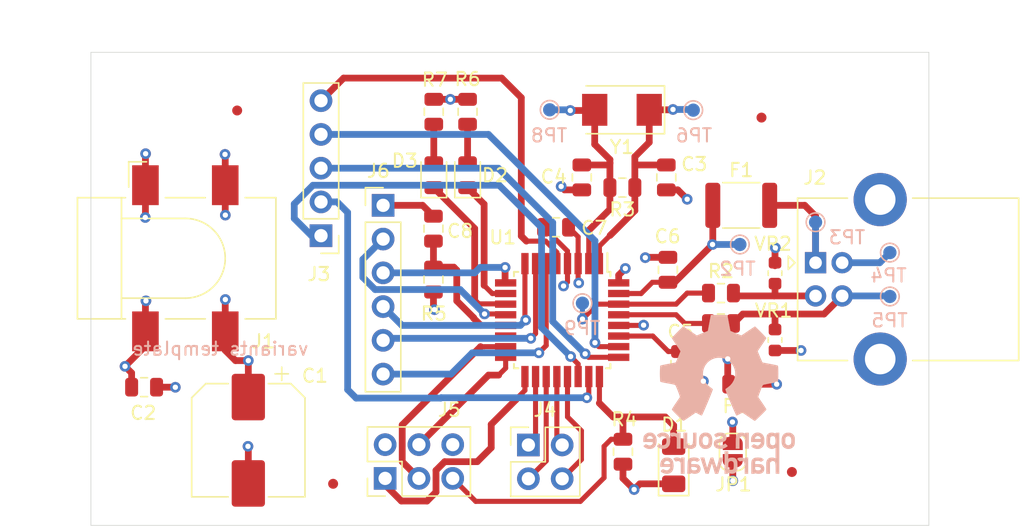
<source format=kicad_pcb>
(kicad_pcb (version 20211014) (generator pcbnew)
  (title_block (rev "${git_hash}") (company "Instituto Nacional de Tecnología Industrial") (comment 4 "KiBot variants template"))
  (layers (0 "F.Cu" signal) (1 "In1.Cu" power "GND.Cu") (2 "In2.Cu" power "Power.Cu") (31 "B.Cu" signal) (34 "B.Paste" user) (35 "F.Paste" user) (36 "B.SilkS" user "B.Silkscreen") (37 "F.SilkS" user "F.Silkscreen") (38 "B.Mask" user) (39 "F.Mask" user) (44 "Edge.Cuts" user))
  (net 0 "")
  (net 1 "GND")
  (net 2 "+5V")
  (net 3 "Net-(C3-Pad1)")
  (net 4 "Net-(C4-Pad1)")
  (net 5 "Earth")
  (net 6 "Net-(C5-Pad1)")
  (net 7 "VBUS")
  (net 8 "Net-(C8-Pad2)")
  (net 9 "/DTR")
  (net 10 "/RESET2")
  (net 11 "Net-(D2-Pad2)")
  (net 12 "/RXLED")
  (net 13 "Net-(D3-Pad2)")
  (net 14 "/TXLED")
  (net 15 "Net-(F1-Pad2)")
  (net 16 "Net-(FB1-Pad1)")
  (net 17 "Net-(J2-Pad3)")
  (net 18 "Net-(J2-Pad2)")
  (net 19 "Net-(J3-Pad5)")
  (net 20 "Net-(J3-Pad4)")
  (net 21 "Net-(J3-Pad3)")
  (net 22 "Net-(J3-Pad2)")
  (net 23 "Net-(J3-Pad1)")
  (net 24 "Net-(J4-Pad4)")
  (net 25 "Net-(J4-Pad3)")
  (net 26 "Net-(J4-Pad2)")
  (net 27 "Net-(J4-Pad1)")
  (net 28 "/MOSI2")
  (net 29 "/SCK2")
  (net 30 "/MISO2")
  (net 31 "Net-(J6-Pad6)")
  (net 32 "Net-(J6-Pad5)")
  (net 33 "Net-(J6-Pad4)")
  (net 34 "Net-(J6-Pad3)")
  (net 35 "Net-(J6-Pad2)")
  (net 36 "Net-(R1-Pad1)")
  (net 37 "Net-(R2-Pad1)")
  (net 38 "Net-(U1-Pad14)")
  (footprint "Capacitor_SMD:CP_Elec_8x10" (layer "F.Cu") (at 130.8354 94.8944 -90)
    (fp_text reference "C1" (at -4.8514 -5.0038 180) (layer "F.SilkS"))
    (fp_text value "47uF")
    (pad "1" smd roundrect locked (at -3.25 0 270) (size 3.5 2.5) (layers "F.Cu" "F.Paste" "F.Mask") (roundrect_rratio 0.1) (net 2 "+5V"))
    (pad "2" smd roundrect locked (at 3.25 0 270) (size 3.5 2.5) (layers "F.Cu" "F.Paste" "F.Mask") (roundrect_rratio 0.1) (net 1 "GND"))
  )
  (footprint "Capacitor_SMD:C_0805_2012Metric" (layer "F.Cu") (at 123 90.9)
    (fp_text reference "C2" (at -0.064 1.937) (layer "F.SilkS"))
    (fp_text value "100nF")
    (pad "1" smd roundrect locked (at -0.9375 0) (size 0.975 1.4) (layers "F.Cu" "F.Paste" "F.Mask") (net 2 "+5V"))
    (pad "2" smd roundrect locked (at 0.9375 0) (size 0.975 1.4) (layers "F.Cu" "F.Paste" "F.Mask") (net 1 "GND"))
  )
  (footprint "Capacitor_SMD:C_0805_2012Metric" (layer "F.Cu") (at 162.26 75.116 -90)
    (fp_text reference "C3" (at -0.9988 -2.1034 180) (layer "F.SilkS"))
    (fp_text value "22pF")
    (pad "1" smd roundrect locked (at -0.9375 0 270) (size 0.975 1.4) (layers "F.Cu" "F.Paste" "F.Mask") (net 3 "Net-(C3-Pad1)"))
    (pad "2" smd roundrect locked (at 0.9375 0 270) (size 0.975 1.4) (layers "F.Cu" "F.Paste" "F.Mask") (net 1 "GND"))
  )
  (footprint "Capacitor_SMD:C_0805_2012Metric" (layer "F.Cu") (at 155.91 75.116 -90)
    (fp_text reference "C4" (at -0.059 2.113 180) (layer "F.SilkS"))
    (fp_text value "22pF")
    (pad "1" smd roundrect locked (at -0.9375 0 270) (size 0.975 1.4) (layers "F.Cu" "F.Paste" "F.Mask") (net 4 "Net-(C4-Pad1)"))
    (pad "2" smd roundrect locked (at 0.9375 0 270) (size 0.975 1.4) (layers "F.Cu" "F.Paste" "F.Mask") (net 1 "GND"))
  )
  (footprint "Capacitor_SMD:C_0805_2012Metric" (layer "F.Cu") (at 163.322 89.154 -90)
    (fp_text reference "C5" (at -2.413 0 180) (layer "F.SilkS"))
    (fp_text value "1uF")
    (pad "1" smd roundrect locked (at -0.9375 0 270) (size 0.975 1.4) (layers "F.Cu" "F.Paste" "F.Mask") (net 6 "Net-(C5-Pad1)"))
    (pad "2" smd roundrect locked (at 0.9375 0 270) (size 0.975 1.4) (layers "F.Cu" "F.Paste" "F.Mask") (net 5 "Earth"))
  )
  (footprint "Capacitor_SMD:C_0805_2012Metric" (layer "F.Cu") (at 153.9748 78.867)
    (fp_text reference "C7" (at 2.8702 0.0508) (layer "F.SilkS"))
    (fp_text value "100nF")
    (pad "1" smd roundrect locked (at -0.9375 0) (size 0.975 1.4) (layers "F.Cu" "F.Paste" "F.Mask") (net 2 "+5V"))
    (pad "2" smd roundrect locked (at 0.9375 0) (size 0.975 1.4) (layers "F.Cu" "F.Paste" "F.Mask") (net 1 "GND"))
  )
  (footprint "Capacitor_SMD:C_0805_2012Metric" (layer "F.Cu") (at 144.7546 78.9686 90)
    (fp_text reference "C8" (at -0.1778 2.0066 180) (layer "F.SilkS"))
    (fp_text value "100nF")
    (pad "1" smd roundrect locked (at -0.9375 0 90) (size 0.975 1.4) (layers "F.Cu" "F.Paste" "F.Mask") (net 9 "/DTR"))
    (pad "2" smd roundrect locked (at 0.9375 0 90) (size 0.975 1.4) (layers "F.Cu" "F.Paste" "F.Mask") (net 8 "Net-(C8-Pad2)"))
  )
  (footprint "Diode_SMD:D_1206_3216Metric" (layer "F.Cu") (at 162.814 96.774 90)
    (fp_text reference "D1" (at 3.048 0.0508 180) (layer "F.SilkS"))
    (fp_text value "CD1206-S01575")
    (pad "1" smd roundrect locked (at -1.4 0 90) (size 1.25 1.75) (layers "F.Cu" "F.Paste" "F.Mask") (roundrect_rratio 0.2) (net 2 "+5V"))
    (pad "2" smd roundrect locked (at 1.4 0 90) (size 1.25 1.75) (layers "F.Cu" "F.Paste" "F.Mask") (roundrect_rratio 0.2) (net 10 "/RESET2"))
  )
  (footprint "LED_SMD:LED_0805_2012Metric" (layer "F.Cu") (at 147.32 74.95 90)
    (fp_text reference "D2" (at -0.0054 2.0574 180) (layer "F.SilkS"))
    (fp_text value "LED")
    (pad "1" smd roundrect locked (at -0.9375 0 90) (size 0.975 1.4) (layers "F.Cu" "F.Paste" "F.Mask") (net 12 "/RXLED"))
    (pad "2" smd roundrect locked (at 0.9375 0 90) (size 0.975 1.4) (layers "F.Cu" "F.Paste" "F.Mask") (net 11 "Net-(D2-Pad2)"))
  )
  (footprint "LED_SMD:LED_0805_2012Metric" (layer "F.Cu") (at 144.78 74.95 90)
    (fp_text reference "D3" (at 1.0868 -2.1844 180) (layer "F.SilkS"))
    (fp_text value "LED")
    (pad "1" smd roundrect locked (at -0.9375 0 90) (size 0.975 1.4) (layers "F.Cu" "F.Paste" "F.Mask") (net 14 "/TXLED"))
    (pad "2" smd roundrect locked (at 0.9375 0 90) (size 0.975 1.4) (layers "F.Cu" "F.Paste" "F.Mask") (net 13 "Net-(D3-Pad2)"))
  )
  (footprint "Resistor_SMD:R_1812_4532Metric" (layer "F.Cu") (at 167.894 77.216)
    (fp_text reference "F1" (at 0 -2.65) (layer "F.SilkS"))
    (fp_text value "MF-MSMF050-2")
    (pad "1" smd roundrect locked (at -2.1375 0) (size 1.125 3.4) (layers "F.Cu" "F.Paste" "F.Mask") (roundrect_rratio 0.222222) (net 7 "VBUS"))
    (pad "2" smd roundrect locked (at 2.1375 0) (size 1.125 3.4) (layers "F.Cu" "F.Paste" "F.Mask") (roundrect_rratio 0.222222) (net 15 "Net-(F1-Pad2)"))
  )
  (footprint "Resistor_SMD:R_0805_2012Metric" (layer "F.Cu") (at 167.894 90.678 180)
    (fp_text reference "FB1" (at 0 -1.65) (layer "F.SilkS"))
    (fp_text value "BLM21PG221SN1D")
    (pad "1" smd roundrect locked (at -0.9375 0 180) (size 0.975 1.4) (layers "F.Cu" "F.Paste" "F.Mask") (net 16 "Net-(FB1-Pad1)"))
    (pad "2" smd roundrect locked (at 0.9375 0 180) (size 0.975 1.4) (layers "F.Cu" "F.Paste" "F.Mask") (net 5 "Earth"))
  )
  (footprint "Fiducial:Fiducial_0.75mm_Mask1.5mm" (layer "F.Cu") (at 169.418 70.612)
    (fp_text reference "FID1" hide)
    (fp_text value "Fiducial")
    (pad "" smd circle locked (at 0 0) (size 0.75 0.75) (layers "F.Cu" "F.Mask") (clearance 0.375))
  )
  (footprint "Fiducial:Fiducial_0.75mm_Mask1.5mm" (layer "F.Cu") (at 171.704 97.282)
    (fp_text reference "FID2" hide)
    (fp_text value "Fiducial")
    (pad "" smd circle locked (at 0 0) (size 0.75 0.75) (layers "F.Cu" "F.Mask") (clearance 0.375))
  )
  (footprint "Fiducial:Fiducial_0.75mm_Mask1.5mm" (layer "F.Cu") (at 129.9972 70.0786)
    (fp_text reference "FID3" hide)
    (fp_text value "Fiducial")
    (pad "" smd circle locked (at 0 0) (size 0.75 0.75) (layers "F.Cu" "F.Mask") (clearance 0.375))
  )
  (footprint "Fiducial:Fiducial_0.75mm_Mask1.5mm" (layer "F.Cu") (at 137.2108 98.171)
    (fp_text reference "FID4" hide)
    (fp_text value "Fiducial")
    (pad "" smd circle locked (at 0 0) (size 0.75 0.75) (layers "F.Cu" "F.Mask") (clearance 0.375))
  )
  (footprint "MountingHole:MountingHole_2.7mm_M2.5" (layer "F.Cu") (at 177 97)
    (fp_text reference "H1" hide)
    (fp_text value "MountingHole")
    (pad "" np_thru_hole circle locked (at 0 0) (size 2.7 2.7) (drill 2.7) (layers *.Cu *.Mask))
  )
  (footprint "MountingHole:MountingHole_2.7mm_M2.5" (layer "F.Cu") (at 123 97)
    (fp_text reference "H2" hide)
    (fp_text value "MountingHole")
    (pad "" np_thru_hole circle locked (at 0 0) (size 2.7 2.7) (drill 2.7) (layers *.Cu *.Mask))
  )
  (footprint "MountingHole:MountingHole_2.7mm_M2.5" (layer "F.Cu") (at 123 69.5)
    (fp_text reference "H3" hide)
    (fp_text value "MountingHole")
    (pad "" np_thru_hole circle locked (at 0 0) (size 2.7 2.7) (drill 2.7) (layers *.Cu *.Mask))
  )
  (footprint "MountingHole:MountingHole_2.7mm_M2.5" (layer "F.Cu") (at 177 69.5)
    (fp_text reference "H4" hide)
    (fp_text value "MountingHole")
    (pad "" np_thru_hole circle locked (at 0 0) (size 2.7 2.7) (drill 2.7) (layers *.Cu *.Mask))
  )
  (footprint "Connector_BarrelJack:BarrelJack_CLIFF_FC681465S_SMT_Horizontal" (layer "F.Cu") (at 126.1 81.2)
    (fp_text reference "J1" (at 5.8784 6.2522 180) (layer "F.SilkS"))
    (fp_text value "Barrel_Jack_Switch")
    (pad "" np_thru_hole circle locked (at 1.5 0 90) (size 2 2) (drill 2) (layers *.Cu *.Mask))
    (pad "" np_thru_hole oval locked (at -2.9 0 90) (size 2 1.5) (drill oval 2 1.5) (layers *.Cu *.Mask))
    (pad "1" smd rect locked (at -3 -5.5 90) (size 3 2) (layers "F.Cu" "F.Paste" "F.Mask") (net 1 "GND"))
    (pad "1" smd rect locked (at 3 -5.5 90) (size 3 2) (layers "F.Cu" "F.Paste" "F.Mask") (net 1 "GND"))
    (pad "2" smd rect locked (at 3 5.5 90) (size 3 2) (layers "F.Cu" "F.Paste" "F.Mask") (net 2 "+5V"))
    (pad "3" smd rect locked (at -3 5.5 90) (size 3 2) (layers "F.Cu" "F.Paste" "F.Mask") (net 2 "+5V"))
  )
  (footprint "Connector_PinHeader_2.54mm:PinHeader_1x05_P2.54mm_Vertical" (layer "F.Cu") (at 136.3 79.5 180)
    (fp_text reference "J3" (at 0.156 -2.8976) (layer "F.SilkS"))
    (fp_text value "P1")
    (pad "1" thru_hole rect locked (at 0 0 180) (size 1.7 1.7) (drill 1) (layers *.Cu *.Mask) (net 23 "Net-(J3-Pad1)"))
    (pad "2" thru_hole oval locked (at 0 2.54 180) (size 1.7 1.7) (drill 1) (layers *.Cu *.Mask) (net 22 "Net-(J3-Pad2)"))
    (pad "3" thru_hole oval locked (at 0 5.08 180) (size 1.7 1.7) (drill 1) (layers *.Cu *.Mask) (net 21 "Net-(J3-Pad3)"))
    (pad "4" thru_hole oval locked (at 0 7.62 180) (size 1.7 1.7) (drill 1) (layers *.Cu *.Mask) (net 20 "Net-(J3-Pad4)"))
    (pad "5" thru_hole oval locked (at 0 10.16 180) (size 1.7 1.7) (drill 1) (layers *.Cu *.Mask) (net 19 "Net-(J3-Pad5)"))
  )
  (footprint "Connector_PinHeader_2.54mm:PinHeader_2x02_P2.54mm_Vertical" (layer "F.Cu") (at 151.892 95.25)
    (fp_text reference "J4" (at 1.2446 -2.6416) (layer "F.SilkS"))
    (fp_text value "2x2M")
    (pad "1" thru_hole rect locked (at 0 0) (size 1.7 1.7) (drill 1) (layers *.Cu *.Mask) (net 27 "Net-(J4-Pad1)"))
    (pad "2" thru_hole oval locked (at 2.54 0) (size 1.7 1.7) (drill 1) (layers *.Cu *.Mask) (net 26 "Net-(J4-Pad2)"))
    (pad "3" thru_hole oval locked (at 0 2.54) (size 1.7 1.7) (drill 1) (layers *.Cu *.Mask) (net 25 "Net-(J4-Pad3)"))
    (pad "4" thru_hole oval locked (at 2.54 2.54) (size 1.7 1.7) (drill 1) (layers *.Cu *.Mask) (net 24 "Net-(J4-Pad4)"))
  )
  (footprint "Connector_PinHeader_2.54mm:PinHeader_2x03_P2.54mm_Vertical" (layer "F.Cu") (at 141.1224 97.7646 90)
    (fp_text reference "J5" (at 5.1562 4.826 180) (layer "F.SilkS"))
    (fp_text value "ICSP1")
    (pad "1" thru_hole rect locked (at 0 0 90) (size 1.7 1.7) (drill 1) (layers *.Cu *.Mask) (net 30 "/MISO2"))
    (pad "2" thru_hole oval locked (at 2.54 0 90) (size 1.7 1.7) (drill 1) (layers *.Cu *.Mask) (net 2 "+5V"))
    (pad "3" thru_hole oval locked (at 0 2.54 90) (size 1.7 1.7) (drill 1) (layers *.Cu *.Mask) (net 29 "/SCK2"))
    (pad "4" thru_hole oval locked (at 2.54 2.54 90) (size 1.7 1.7) (drill 1) (layers *.Cu *.Mask) (net 28 "/MOSI2"))
    (pad "5" thru_hole oval locked (at 0 5.08 90) (size 1.7 1.7) (drill 1) (layers *.Cu *.Mask) (net 10 "/RESET2"))
    (pad "6" thru_hole oval locked (at 2.54 5.08 90) (size 1.7 1.7) (drill 1) (layers *.Cu *.Mask) (net 1 "GND"))
  )
  (footprint "Connector_PinHeader_2.54mm:PinHeader_1x06_P2.54mm_Vertical" (layer "F.Cu") (at 140.97 77.216)
    (fp_text reference "J6" (at -0.3556 -2.5908) (layer "F.SilkS"))
    (fp_text value "P2")
    (pad "1" thru_hole rect locked (at 0 0) (size 1.7 1.7) (drill 1) (layers *.Cu *.Mask) (net 8 "Net-(C8-Pad2)"))
    (pad "2" thru_hole oval locked (at 0 2.54) (size 1.7 1.7) (drill 1) (layers *.Cu *.Mask) (net 35 "Net-(J6-Pad2)"))
    (pad "3" thru_hole oval locked (at 0 5.08) (size 1.7 1.7) (drill 1) (layers *.Cu *.Mask) (net 34 "Net-(J6-Pad3)"))
    (pad "4" thru_hole oval locked (at 0 7.62) (size 1.7 1.7) (drill 1) (layers *.Cu *.Mask) (net 33 "Net-(J6-Pad4)"))
    (pad "5" thru_hole oval locked (at 0 10.16) (size 1.7 1.7) (drill 1) (layers *.Cu *.Mask) (net 32 "Net-(J6-Pad5)"))
    (pad "6" thru_hole oval locked (at 0 12.7) (size 1.7 1.7) (drill 1) (layers *.Cu *.Mask) (net 31 "Net-(J6-Pad6)"))
  )
  (footprint "Jumper:SolderJumper-2_P1.3mm_Open_RoundedPad1.0x1.5mm" (layer "F.Cu") (at 167.259 95.7834 -90)
    (fp_text reference "JP1" (at 2.4384 -0.0508 180) (layer "F.SilkS"))
    (fp_text value "SolderJumper_2_Open")
    (pad "1" smd custom locked (at -0.65 0 270) (size 1 0.5) (layers "F.Cu" "F.Mask") (net 5 "Earth") (options (clearance outline) (anchor rect)) (primitives (gr_circle (center 0 0.25) (end 0.5 0.25) (width 0) (fill yes)) (gr_circle (center 0 -0.25) (end 0.5 -0.25) (width 0) (fill yes)) (gr_poly (pts (xy 0 -0.75) (xy 0.5 -0.75) (xy 0.5 0.75) (xy 0 0.75)) (width 0) (fill yes))))
    (pad "2" smd custom locked (at 0.65 0 270) (size 1 0.5) (layers "F.Cu" "F.Mask") (net 1 "GND") (options (clearance outline) (anchor rect)) (primitives (gr_circle (center 0 0.25) (end 0.5 0.25) (width 0) (fill yes)) (gr_circle (center 0 -0.25) (end 0.5 -0.25) (width 0) (fill yes)) (gr_poly (pts (xy 0 -0.75) (xy -0.5 -0.75) (xy -0.5 0.75) (xy 0 0.75)) (width 0) (fill yes))))
  )
  (footprint "Resistor_SMD:R_0805_2012Metric" (layer "F.Cu") (at 166.37 86.106)
    (fp_text reference "R1" (at 0.0762 1.8034) (layer "F.SilkS"))
    (fp_text value "22R")
    (pad "1" smd roundrect locked (at -0.9375 0) (size 0.975 1.4) (layers "F.Cu" "F.Paste" "F.Mask") (net 36 "Net-(R1-Pad1)"))
    (pad "2" smd roundrect locked (at 0.9375 0) (size 0.975 1.4) (layers "F.Cu" "F.Paste" "F.Mask") (net 17 "Net-(J2-Pad3)"))
  )
  (footprint "Resistor_SMD:R_0805_2012Metric" (layer "F.Cu") (at 166.37 83.82)
    (fp_text reference "R2" (at 0 -1.65) (layer "F.SilkS"))
    (fp_text value "22R")
    (pad "1" smd roundrect locked (at -0.9375 0) (size 0.975 1.4) (layers "F.Cu" "F.Paste" "F.Mask") (net 37 "Net-(R2-Pad1)"))
    (pad "2" smd roundrect locked (at 0.9375 0) (size 0.975 1.4) (layers "F.Cu" "F.Paste" "F.Mask") (net 18 "Net-(J2-Pad2)"))
  )
  (footprint "Resistor_SMD:R_0805_2012Metric" (layer "F.Cu") (at 158.958 75.878 180)
    (fp_text reference "R3" (at 0 -1.65) (layer "F.SilkS"))
    (fp_text value "1M")
    (pad "1" smd roundrect locked (at -0.9375 0 180) (size 0.975 1.4) (layers "F.Cu" "F.Paste" "F.Mask") (net 3 "Net-(C3-Pad1)"))
    (pad "2" smd roundrect locked (at 0.9375 0 180) (size 0.975 1.4) (layers "F.Cu" "F.Paste" "F.Mask") (net 4 "Net-(C4-Pad1)"))
  )
  (footprint "Resistor_SMD:R_0805_2012Metric" (layer "F.Cu") (at 159.004 95.758 90)
    (fp_text reference "R4" (at 2.4384 0.1016 180) (layer "F.SilkS"))
    (fp_text value "10K")
    (pad "1" smd roundrect locked (at -0.9375 0 90) (size 0.975 1.4) (layers "F.Cu" "F.Paste" "F.Mask") (net 2 "+5V"))
    (pad "2" smd roundrect locked (at 0.9375 0 90) (size 0.975 1.4) (layers "F.Cu" "F.Paste" "F.Mask") (net 10 "/RESET2"))
  )
  (footprint "Resistor_SMD:R_0805_2012Metric" (layer "F.Cu") (at 144.7546 82.804 -90)
    (fp_text reference "R5" (at 2.5654 -0.0254 180) (layer "F.SilkS"))
    (fp_text value "1K")
    (pad "1" smd roundrect locked (at -0.9375 0 270) (size 0.975 1.4) (layers "F.Cu" "F.Paste" "F.Mask") (net 9 "/DTR"))
    (pad "2" smd roundrect locked (at 0.9375 0 270) (size 0.975 1.4) (layers "F.Cu" "F.Paste" "F.Mask") (net 1 "GND"))
  )
  (footprint "Resistor_SMD:R_0805_2012Metric" (layer "F.Cu") (at 147.32 70.1748 -90)
    (fp_text reference "R6" (at -2.4584 0 180) (layer "F.SilkS"))
    (fp_text value "1K")
    (pad "1" smd roundrect locked (at -0.9375 0 270) (size 0.975 1.4) (layers "F.Cu" "F.Paste" "F.Mask") (net 2 "+5V"))
    (pad "2" smd roundrect locked (at 0.9375 0 270) (size 0.975 1.4) (layers "F.Cu" "F.Paste" "F.Mask") (net 11 "Net-(D2-Pad2)"))
  )
  (footprint "Resistor_SMD:R_0805_2012Metric" (layer "F.Cu") (at 144.78 70.1748 -90)
    (fp_text reference "R7" (at -2.4076 -0.0762 180) (layer "F.SilkS"))
    (fp_text value "1K")
    (pad "1" smd roundrect locked (at -0.9375 0 270) (size 0.975 1.4) (layers "F.Cu" "F.Paste" "F.Mask") (net 2 "+5V"))
    (pad "2" smd roundrect locked (at 0.9375 0 270) (size 0.975 1.4) (layers "F.Cu" "F.Paste" "F.Mask") (net 13 "Net-(D3-Pad2)"))
  )
  (footprint "Resistor_SMD:R_0603_1608Metric" (layer "F.Cu") (at 170.434 87.3505 -90)
    (fp_text reference "VR1" (at -2.2097 0.1016 180) (layer "F.SilkS"))
    (fp_text value "CG0603MLC-05E")
    (pad "1" smd roundrect locked (at -0.7875 0 270) (size 0.875 0.95) (layers "F.Cu" "F.Paste" "F.Mask") (net 17 "Net-(J2-Pad3)"))
    (pad "2" smd roundrect locked (at 0.7875 0 270) (size 0.875 0.95) (layers "F.Cu" "F.Paste" "F.Mask") (net 16 "Net-(FB1-Pad1)"))
  )
  (footprint "Crystal:Crystal_SMD_Abracon_ABM3-2Pin_5.0x3.2mm" (layer "F.Cu") (at 158.9278 70.0278 180)
    (fp_text reference "Y1" (at 0 -2.8) (layer "F.SilkS"))
    (fp_text value "16MHz")
    (pad "1" smd rect locked (at -2.05 0 180) (size 1.9 2.4) (layers "F.Cu" "F.Paste" "F.Mask") (net 3 "Net-(C3-Pad1)"))
    (pad "2" smd rect locked (at 2.05 0 180) (size 1.9 2.4) (layers "F.Cu" "F.Paste" "F.Mask") (net 4 "Net-(C4-Pad1)"))
  )
  (footprint "Connector_USB:USB_B_Lumberg_2411_02_Horizontal" (layer "F.Cu") (at 173.482 81.534)
    (fp_text reference "J2" (at -0.0508 -6.4008) (layer "F.SilkS"))
    (fp_text value "USB_B")
    (pad "1" thru_hole rect locked (at 0 0 90) (size 1.6 1.6) (drill 0.95) (layers *.Cu *.Mask) (net 15 "Net-(F1-Pad2)"))
    (pad "2" thru_hole circle locked (at 0 2.5 90) (size 1.6 1.6) (drill 0.95) (layers *.Cu *.Mask) (net 18 "Net-(J2-Pad2)"))
    (pad "3" thru_hole circle locked (at 2 2.5 90) (size 1.6 1.6) (drill 0.95) (layers *.Cu *.Mask) (net 17 "Net-(J2-Pad3)"))
    (pad "4" thru_hole circle locked (at 2 0 90) (size 1.6 1.6) (drill 0.95) (layers *.Cu *.Mask) (net 5 "Earth"))
    (pad "5" thru_hole circle locked (at 4.86 -4.75 90) (size 4 4) (drill 2.3) (layers *.Cu *.Mask) (net 16 "Net-(FB1-Pad1)"))
    (pad "5" thru_hole circle locked (at 4.86 7.25 90) (size 4 4) (drill 2.3) (layers *.Cu *.Mask) (net 16 "Net-(FB1-Pad1)"))
  )
  (footprint "Package_QFP:TQFP-32_7x7mm_P0.8mm" (layer "F.Cu") (at 154.432 85.852 -90)
    (fp_text reference "U1" (at -6.223 4.4704 180) (layer "F.SilkS"))
    (fp_text value "ATmega8U2-AU")
    (pad "1" smd rect locked (at -4.25 -2.8 270) (size 1.6 0.55) (layers "F.Cu" "F.Paste" "F.Mask") (net 3 "Net-(C3-Pad1)"))
    (pad "2" smd rect locked (at -4.25 -2 270) (size 1.6 0.55) (layers "F.Cu" "F.Paste" "F.Mask") (net 4 "Net-(C4-Pad1)"))
    (pad "3" smd rect locked (at -4.25 -1.2 270) (size 1.6 0.55) (layers "F.Cu" "F.Paste" "F.Mask") (net 1 "GND"))
    (pad "4" smd rect locked (at -4.25 -0.4 270) (size 1.6 0.55) (layers "F.Cu" "F.Paste" "F.Mask") (net 2 "+5V"))
    (pad "5" smd rect locked (at -4.25 0.4 270) (size 1.6 0.55) (layers "F.Cu" "F.Paste" "F.Mask") (net 19 "Net-(J3-Pad5)"))
    (pad "6" smd rect locked (at -4.25 1.2 270) (size 1.6 0.55) (layers "F.Cu" "F.Paste" "F.Mask") (net 31 "Net-(J6-Pad6)"))
    (pad "7" smd rect locked (at -4.25 2 270) (size 1.6 0.55) (layers "F.Cu" "F.Paste" "F.Mask") (net 32 "Net-(J6-Pad5)"))
    (pad "8" smd rect locked (at -4.25 2.8 270) (size 1.6 0.55) (layers "F.Cu" "F.Paste" "F.Mask") (net 33 "Net-(J6-Pad4)"))
    (pad "9" smd rect locked (at -2.8 4.25) (size 1.6 0.55) (layers "F.Cu" "F.Paste" "F.Mask") (net 34 "Net-(J6-Pad3)"))
    (pad "10" smd rect locked (at -2 4.25) (size 1.6 0.55) (layers "F.Cu" "F.Paste" "F.Mask") (net 12 "/RXLED"))
    (pad "11" smd rect locked (at -1.2 4.25) (size 1.6 0.55) (layers "F.Cu" "F.Paste" "F.Mask") (net 14 "/TXLED"))
    (pad "12" smd rect locked (at -0.4 4.25) (size 1.6 0.55) (layers "F.Cu" "F.Paste" "F.Mask") (net 35 "Net-(J6-Pad2)"))
    (pad "13" smd rect locked (at 0.4 4.25) (size 1.6 0.55) (layers "F.Cu" "F.Paste" "F.Mask") (net 9 "/DTR"))
    (pad "14" smd rect locked (at 1.2 4.25) (size 1.6 0.55) (layers "F.Cu" "F.Paste" "F.Mask") (net 38 "Net-(U1-Pad14)"))
    (pad "15" smd rect locked (at 2 4.25) (size 1.6 0.55) (layers "F.Cu" "F.Paste" "F.Mask") (net 29 "/SCK2"))
    (pad "16" smd rect locked (at 2.8 4.25) (size 1.6 0.55) (layers "F.Cu" "F.Paste" "F.Mask") (net 28 "/MOSI2"))
    (pad "17" smd rect locked (at 4.25 2.8 270) (size 1.6 0.55) (layers "F.Cu" "F.Paste" "F.Mask") (net 30 "/MISO2"))
    (pad "18" smd rect locked (at 4.25 2 270) (size 1.6 0.55) (layers "F.Cu" "F.Paste" "F.Mask") (net 27 "Net-(J4-Pad1)"))
    (pad "19" smd rect locked (at 4.25 1.2 270) (size 1.6 0.55) (layers "F.Cu" "F.Paste" "F.Mask") (net 25 "Net-(J4-Pad3)"))
    (pad "20" smd rect locked (at 4.25 0.4 270) (size 1.6 0.55) (layers "F.Cu" "F.Paste" "F.Mask") (net 26 "Net-(J4-Pad2)"))
    (pad "21" smd rect locked (at 4.25 -0.4 270) (size 1.6 0.55) (layers "F.Cu" "F.Paste" "F.Mask") (net 24 "Net-(J4-Pad4)"))
    (pad "22" smd rect locked (at 4.25 -1.2 270) (size 1.6 0.55) (layers "F.Cu" "F.Paste" "F.Mask") (net 23 "Net-(J3-Pad1)"))
    (pad "23" smd rect locked (at 4.25 -2 270) (size 1.6 0.55) (layers "F.Cu" "F.Paste" "F.Mask") (net 22 "Net-(J3-Pad2)"))
    (pad "24" smd rect locked (at 4.25 -2.8 270) (size 1.6 0.55) (layers "F.Cu" "F.Paste" "F.Mask") (net 10 "/RESET2"))
    (pad "25" smd rect locked (at 2.8 -4.25) (size 1.6 0.55) (layers "F.Cu" "F.Paste" "F.Mask") (net 21 "Net-(J3-Pad3)"))
    (pad "26" smd rect locked (at 2 -4.25) (size 1.6 0.55) (layers "F.Cu" "F.Paste" "F.Mask") (net 20 "Net-(J3-Pad4)"))
    (pad "27" smd rect locked (at 1.2 -4.25) (size 1.6 0.55) (layers "F.Cu" "F.Paste" "F.Mask") (net 6 "Net-(C5-Pad1)"))
    (pad "28" smd rect locked (at 0.4 -4.25) (size 1.6 0.55) (layers "F.Cu" "F.Paste" "F.Mask") (net 5 "Earth"))
    (pad "29" smd rect locked (at -0.4 -4.25) (size 1.6 0.55) (layers "F.Cu" "F.Paste" "F.Mask") (net 36 "Net-(R1-Pad1)"))
    (pad "30" smd rect locked (at -1.2 -4.25) (size 1.6 0.55) (layers "F.Cu" "F.Paste" "F.Mask") (net 37 "Net-(R2-Pad1)"))
    (pad "31" smd rect locked (at -2 -4.25) (size 1.6 0.55) (layers "F.Cu" "F.Paste" "F.Mask") (net 7 "VBUS"))
    (pad "32" smd rect locked (at -2.8 -4.25) (size 1.6 0.55) (layers "F.Cu" "F.Paste" "F.Mask") (net 2 "+5V"))
  )
  (footprint "Resistor_SMD:R_0603_1608Metric" (layer "F.Cu") (at 170.434 82.3214 90)
    (fp_text reference "VR2" (at 2.2098 -0.1524 180) (layer "F.SilkS"))
    (fp_text value "CG0603MLC-05E")
    (pad "1" smd roundrect locked (at -0.7875 0 90) (size 0.875 0.95) (layers "F.Cu" "F.Paste" "F.Mask") (net 18 "Net-(J2-Pad2)"))
    (pad "2" smd roundrect locked (at 0.7875 0 90) (size 0.875 0.95) (layers "F.Cu" "F.Paste" "F.Mask") (net 16 "Net-(FB1-Pad1)"))
  )
  (footprint "Capacitor_SMD:C_0805_2012Metric" (layer "F.Cu") (at 162.3822 82.0674 90)
    (fp_text reference "C6" (at 2.5146 -0.0254 180) (layer "F.SilkS"))
    (fp_text value "100nF")
    (pad "1" smd roundrect locked (at -0.9375 0 90) (size 0.975 1.4) (layers "F.Cu" "F.Paste" "F.Mask") (net 7 "VBUS"))
    (pad "2" smd roundrect locked (at 0.9375 0 90) (size 0.975 1.4) (layers "F.Cu" "F.Paste" "F.Mask") (net 5 "Earth"))
  )
  (footprint "TestPoint:TestPoint_Pad_D1.0mm" (layer "B.Cu") (at 167.7924 80.1624)
    (fp_text reference "TP2" (at -0.1778 1.8288) (layer "B.SilkS") (effects (justify mirror)))
    (fp_text value "TestPoint")
    (pad "1" smd circle locked (at 0 0) (size 1 1) (layers "B.Cu" "B.Mask") (net 7 "VBUS"))
  )
  (footprint "TestPoint:TestPoint_Pad_D1.0mm" (layer "B.Cu") (at 173.482 78.486)
    (fp_text reference "TP3" (at 2.3622 1.143) (layer "B.SilkS") (effects (justify mirror)))
    (fp_text value "TestPoint")
    (pad "1" smd circle locked (at 0 0) (size 1 1) (layers "B.Cu" "B.Mask") (net 15 "Net-(F1-Pad2)"))
  )
  (footprint "TestPoint:TestPoint_Pad_D1.0mm" (layer "B.Cu") (at 179.07 80.772)
    (fp_text reference "TP4" (at -0.1016 1.7272) (layer "B.SilkS") (effects (justify mirror)))
    (fp_text value "TestPoint")
    (pad "1" smd circle locked (at 0 0) (size 1 1) (layers "B.Cu" "B.Mask") (net 5 "Earth"))
  )
  (footprint "TestPoint:TestPoint_Pad_D1.0mm" (layer "B.Cu") (at 179.07 84.074)
    (fp_text reference "TP5" (at -0.0254 1.8034) (layer "B.SilkS") (effects (justify mirror)))
    (fp_text value "TestPoint")
    (pad "1" smd circle locked (at 0 0) (size 1 1) (layers "B.Cu" "B.Mask") (net 17 "Net-(J2-Pad3)"))
  )
  (footprint "TestPoint:TestPoint_Pad_D1.0mm" (layer "B.Cu") (at 164.2872 70.0532)
    (fp_text reference "TP6" (at 0.0508 1.905) (layer "B.SilkS") (effects (justify mirror)))
    (fp_text value "TestPoint")
    (pad "1" smd circle locked (at 0 0) (size 1 1) (layers "B.Cu" "B.Mask") (net 3 "Net-(C3-Pad1)"))
  )
  (footprint "TestPoint:TestPoint_Pad_D1.0mm" (layer "B.Cu") (at 153.4922 70.0278)
    (fp_text reference "TP8" (at -0.0508 1.9304) (layer "B.SilkS") (effects (justify mirror)))
    (fp_text value "TestPoint")
    (pad "1" smd circle locked (at 0 0) (size 1 1) (layers "B.Cu" "B.Mask") (net 4 "Net-(C4-Pad1)"))
  )
  (footprint "TestPoint:TestPoint_Pad_D1.0mm" (layer "B.Cu") (at 155.956 84.582)
    (fp_text reference "TP9" (at -0.0254 1.8796) (layer "B.SilkS") (effects (justify mirror)))
    (fp_text value "TestPoint")
    (pad "1" smd circle locked (at 0 0) (size 1 1) (layers "B.Cu" "B.Mask") (net 37 "Net-(R2-Pad1)"))
  )
  (footprint "Symbol:OSHW-Logo_11.4x12mm_SilkScreen" (layer "B.Cu") (at 166.243 91.44 180)
    (fp_text reference "LOGO1" hide)
    (fp_text value "Logo_Open_Hardware_Large" hide)
  )
  (gr_line (start 119 101.3) (end 182 101.3) (layer "Edge.Cuts") (width 0.05))
  (gr_line (start 182 101.3) (end 182 65.7) (layer "Edge.Cuts") (width 0.05))
  (gr_line (start 119 65.7) (end 119 101.3) (layer "Edge.Cuts") (width 0.05))
  (gr_line (start 182 65.7) (end 119 65.7) (layer "Edge.Cuts") (width 0.05))
  (gr_text "variants template" (at 128.7272 88.011) (layer "B.SilkS") (effects (font (size 1 1)) (justify mirror)))
  (segment (start 144.7546 84.9884) (end 144.8308 85.0646) (width 0.508) (layer "F.Cu") (net 1))
  (segment (start 125.3424 90.9) (end 125.349 90.9066) (width 0.508) (layer "F.Cu") (net 1))
  (segment (start 129.1 75.7) (end 129.1 77.9444) (width 0.508) (layer "F.Cu") (net 1))
  (segment (start 155.632 83.0134) (end 155.6766 83.058) (width 0.381) (layer "F.Cu") (net 1))
  (segment (start 144.7546 83.7415) (end 144.7546 84.9884) (width 0.508) (layer "F.Cu") (net 1))
  (segment (start 123.9375 90.9) (end 125.3424 90.9) (width 0.508) (layer "F.Cu") (net 1))
  (segment (start 123.1 75.7) (end 123.1 78.1188) (width 0.508) (layer "F.Cu") (net 1))
  (segment (start 163.1247 76.0535) (end 163.83 76.7588) (width 0.508) (layer "F.Cu") (net 1))
  (segment (start 155.632 79.5867) (end 154.9123 78.867) (width 0.381) (layer "F.Cu") (net 1))
  (segment (start 155.632 81.602) (end 155.632 83.0134) (width 0.381) (layer "F.Cu") (net 1))
  (segment (start 123.1 75.7) (end 123.1 73.3436) (width 0.508) (layer "F.Cu") (net 1))
  (segment (start 154.6157 76.0535) (end 154.3558 75.7936) (width 0.508) (layer "F.Cu") (net 1))
  (segment (start 123.1 73.3436) (end 123.1138 73.3298) (width 0.508) (layer "F.Cu") (net 1))
  (segment (start 162.26 76.0535) (end 163.1247 76.0535) (width 0.508) (layer "F.Cu") (net 1))
  (segment (start 155.91 76.0535) (end 154.6157 76.0535) (width 0.508) (layer "F.Cu") (net 1))
  (segment (start 167.259 96.4334) (end 167.259 97.9424) (width 0.508) (layer "F.Cu") (net 1))
  (segment (start 130.8354 95.377) (end 130.81 95.3516) (width 0.508) (layer "F.Cu") (net 1))
  (segment (start 129.1 73.3978) (end 129.0828 73.3806) (width 0.508) (layer "F.Cu") (net 1))
  (segment (start 129.1 77.9444) (end 129.1082 77.9526) (width 0.508) (layer "F.Cu") (net 1))
  (segment (start 123.1 78.1188) (end 123.0884 78.1304) (width 0.508) (layer "F.Cu") (net 1))
  (segment (start 155.632 81.602) (end 155.632 79.5867) (width 0.381) (layer "F.Cu") (net 1))
  (segment (start 130.8354 98.1444) (end 130.8354 95.377) (width 0.508) (layer "F.Cu") (net 1))
  (segment (start 129.1 75.7) (end 129.1 73.3978) (width 0.508) (layer "F.Cu") (net 1))
  (via (at 154.3558 75.7936) (size 0.8) (drill 0.4) (layers "F.Cu" "B.Cu") (net 1))
  (via (at 123.1138 73.3298) (size 0.8) (drill 0.4) (layers "F.Cu" "B.Cu") (net 1))
  (via (at 129.1082 77.9526) (size 0.8) (drill 0.4) (layers "F.Cu" "B.Cu") (net 1))
  (via (at 167.259 97.9424) (size 0.8) (drill 0.4) (layers "F.Cu" "B.Cu") (net 1))
  (via (at 155.6766 83.058) (size 0.8) (drill 0.4) (layers "F.Cu" "B.Cu") (net 1))
  (via (at 163.83 76.7588) (size 0.8) (drill 0.4) (layers "F.Cu" "B.Cu") (net 1))
  (via (at 125.349 90.9066) (size 0.8) (drill 0.4) (layers "F.Cu" "B.Cu") (net 1))
  (via (at 130.81 95.3516) (size 0.8) (drill 0.4) (layers "F.Cu" "B.Cu") (net 1))
  (via (at 129.0828 73.3806) (size 0.8) (drill 0.4) (layers "F.Cu" "B.Cu") (net 1))
  (via (at 144.8308 85.0646) (size 0.8) (drill 0.4) (layers "F.Cu" "B.Cu") (net 1))
  (via (at 123.0884 78.1304) (size 0.8) (drill 0.4) (layers "F.Cu" "B.Cu") (net 1))
  (segment (start 123.1 84.4434) (end 123.1392 84.4042) (width 0.508) (layer "F.Cu") (net 2))
  (segment (start 144.78 69.2373) (end 146.0215 69.2373) (width 0.508) (layer "F.Cu") (net 2))
  (segment (start 154.832 82.9882) (end 154.5336 83.2866) (width 0.381) (layer "F.Cu") (net 2))
  (segment (start 129.1 84.3108) (end 129.1082 84.3026) (width 0.508) (layer "F.Cu") (net 2))
  (segment (start 162.814 98.174) (end 160.271 98.174) (width 0.508) (layer "F.Cu") (net 2))
  (segment (start 158.682 83.052) (end 158.682 82.4656) (width 0.508) (layer "F.Cu") (net 2))
  (segment (start 154.832 80.6617) (end 153.0373 78.867) (width 0.381) (layer "F.Cu") (net 2))
  (segment (start 159.004 97.7646) (end 159.8422 98.6028) (width 0.508) (layer "F.Cu") (net 2))
  (segment (start 123.1 86.7) (end 123.1 84.4434) (width 0.508) (layer "F.Cu") (net 2))
  (segment (start 146.0215 69.2373) (end 146.0246 69.2404) (width 0.508) (layer "F.Cu") (net 2))
  (segment (start 159.004 96.6955) (end 159.004 97.7646) (width 0.508) (layer "F.Cu") (net 2))
  (segment (start 123.1 86.7) (end 123.1 87.7962) (width 0.508) (layer "F.Cu") (net 2))
  (segment (start 129.1 86.7) (end 129.1 84.3108) (width 0.508) (layer "F.Cu") (net 2))
  (segment (start 129.8702 88.9) (end 130.8354 88.9) (width 0.508) (layer "F.Cu") (net 2))
  (segment (start 122.0625 89.8299) (end 121.5644 89.3318) (width 0.508) (layer "F.Cu") (net 2))
  (segment (start 122.0625 90.9) (end 122.0625 89.8299) (width 0.508) (layer "F.Cu") (net 2))
  (segment (start 130.8354 91.6444) (end 130.8354 88.9) (width 0.508) (layer "F.Cu") (net 2))
  (segment (start 160.271 98.174) (end 159.8422 98.6028) (width 0.508) (layer "F.Cu") (net 2))
  (segment (start 146.0277 69.2373) (end 146.0246 69.2404) (width 0.508) (layer "F.Cu") (net 2))
  (segment (start 154.832 81.602) (end 154.832 80.6617) (width 0.381) (layer "F.Cu") (net 2))
  (segment (start 158.682 82.4656) (end 159.1818 81.9658) (width 0.508) (layer "F.Cu") (net 2))
  (segment (start 123.1 87.7962) (end 121.5644 89.3318) (width 0.508) (layer "F.Cu") (net 2))
  (segment (start 129.1 88.1298) (end 129.8702 88.9) (width 0.508) (layer "F.Cu") (net 2))
  (segment (start 129.1 86.7) (end 129.1 88.1298) (width 0.508) (layer "F.Cu") (net 2))
  (segment (start 147.32 69.2373) (end 146.0277 69.2373) (width 0.508) (layer "F.Cu") (net 2))
  (segment (start 154.832 81.602) (end 154.832 82.9882) (width 0.381) (layer "F.Cu") (net 2))
  (via (at 159.8422 98.6028) (size 0.8) (drill 0.4) (layers "F.Cu" "B.Cu") (net 2))
  (via (at 154.5336 83.2866) (size 0.8) (drill 0.4) (layers "F.Cu" "B.Cu") (net 2))
  (via (at 146.0246 69.2404) (size 0.8) (drill 0.4) (layers "F.Cu" "B.Cu") (net 2))
  (via (at 159.1818 81.9658) (size 0.8) (drill 0.4) (layers "F.Cu" "B.Cu") (net 2))
  (via (at 130.8354 88.9) (size 0.8) (drill 0.4) (layers "F.Cu" "B.Cu") (net 2))
  (via (at 129.1082 84.3026) (size 0.8) (drill 0.4) (layers "F.Cu" "B.Cu") (net 2))
  (via (at 121.5644 89.3318) (size 0.8) (drill 0.4) (layers "F.Cu" "B.Cu") (net 2))
  (via (at 123.1392 84.4042) (size 0.8) (drill 0.4) (layers "F.Cu" "B.Cu") (net 2))
  (segment (start 162.26 74.1785) (end 159.9543 74.1785) (width 0.508) (layer "F.Cu") (net 3))
  (segment (start 162.7378 70.0278) (end 162.7632 70.0024) (width 0.508) (layer "F.Cu") (net 3))
  (segment (start 157.232 80.2834) (end 158.0388 79.4766) (width 0.381) (layer "F.Cu") (net 3))
  (segment (start 159.8955 73.5559) (end 160.9778 72.4736) (width 0.508) (layer "F.Cu") (net 3))
  (segment (start 160.9778 72.4736) (end 160.9778 70.0278) (width 0.508) (layer "F.Cu") (net 3))
  (segment (start 158.0388 79.4766) (end 159.8955 77.6199) (width 0.508) (layer "F.Cu") (net 3))
  (segment (start 159.9543 74.1785) (end 159.8955 74.1197) (width 0.508) (layer "F.Cu") (net 3))
  (segment (start 159.8955 75.878) (end 159.8955 74.1197) (width 0.508) (layer "F.Cu") (net 3))
  (segment (start 160.9778 70.0278) (end 162.7378 70.0278) (width 0.508) (layer "F.Cu") (net 3))
  (segment (start 157.232 81.602) (end 157.232 80.2834) (width 0.381) (layer "F.Cu") (net 3))
  (segment (start 159.8955 77.6199) (end 159.8955 75.878) (width 0.508) (layer "F.Cu") (net 3))
  (segment (start 159.8955 74.1197) (end 159.8955 73.5559) (width 0.508) (layer "F.Cu") (net 3))
  (via (at 162.7632 70.0024) (size 0.8) (drill 0.4) (layers "F.Cu" "B.Cu") (net 3))
  (segment (start 164.2364 70.0024) (end 164.2872 70.0532) (width 0.508) (layer "B.Cu") (net 3))
  (segment (start 162.7632 70.0024) (end 164.2364 70.0024) (width 0.508) (layer "B.Cu") (net 3))
  (segment (start 155.91 74.1785) (end 157.8759 74.1785) (width 0.508) (layer "F.Cu") (net 4))
  (segment (start 156.827 70.0786) (end 156.8778 70.0278) (width 0.508) (layer "F.Cu") (net 4))
  (segment (start 158.0205 75.878) (end 158.0205 77.5137) (width 0.508) (layer "F.Cu") (net 4))
  (segment (start 155.0416 70.0786) (end 156.827 70.0786) (width 0.508) (layer "F.Cu") (net 4))
  (segment (start 158.0205 75.878) (end 158.0205 74.0339) (width 0.508) (layer "F.Cu") (net 4))
  (segment (start 156.4386 79.0956) (end 156.432 79.1022) (width 0.381) (layer "F.Cu") (net 4))
  (segment (start 158.0205 74.0339) (end 158.0205 73.7687) (width 0.508) (layer "F.Cu") (net 4))
  (segment (start 156.432 79.1022) (end 156.432 81.602) (width 0.381) (layer "F.Cu") (net 4))
  (segment (start 158.0205 77.5137) (end 156.4386 79.0956) (width 0.508) (layer "F.Cu") (net 4))
  (segment (start 156.8778 72.626) (end 156.8778 70.0278) (width 0.508) (layer "F.Cu") (net 4))
  (segment (start 157.8759 74.1785) (end 158.0205 74.0339) (width 0.508) (layer "F.Cu") (net 4))
  (segment (start 158.0205 73.7687) (end 156.8778 72.626) (width 0.508) (layer "F.Cu") (net 4))
  (via (at 155.0416 70.0786) (size 0.8) (drill 0.4) (layers "F.Cu" "B.Cu") (net 4))
  (segment (start 154.9908 70.0278) (end 155.0416 70.0786) (width 0.508) (layer "B.Cu") (net 4))
  (segment (start 153.4922 70.0278) (end 154.9908 70.0278) (width 0.508) (layer "B.Cu") (net 4))
  (segment (start 158.682 86.252) (end 160.5344 86.252) (width 0.381) (layer "F.Cu") (net 5))
  (segment (start 160.7035 81.1299) (end 160.6804 81.153) (width 0.508) (layer "F.Cu") (net 5))
  (segment (start 166.878 88.773) (end 166.878 90.5995) (width 0.508) (layer "F.Cu") (net 5))
  (segment (start 163.322 90.0915) (end 164.6913 90.0915) (width 0.508) (layer "F.Cu") (net 5))
  (segment (start 167.259 95.1334) (end 167.259 93.5482) (width 0.508) (layer "F.Cu") (net 5))
  (segment (start 162.3822 81.1299) (end 160.7035 81.1299) (width 0.508) (layer "F.Cu") (net 5))
  (segment (start 160.5344 86.252) (end 160.5534 86.233) (width 0.381) (layer "F.Cu") (net 5))
  (segment (start 166.878 90.5995) (end 166.9565 90.678) (width 0.508) (layer "F.Cu") (net 5))
  (segment (start 164.6913 90.0915) (end 165.0492 90.4494) (width 0.508) (layer "F.Cu") (net 5))
  (segment (start 167.259 93.5482) (end 167.2336 93.5228) (width 0.508) (layer "F.Cu") (net 5))
  (via (at 160.6804 81.153) (size 0.8) (drill 0.4) (layers "F.Cu" "B.Cu") (net 5))
  (via (at 166.878 88.773) (size 0.8) (drill 0.4) (layers "F.Cu" "B.Cu") (net 5))
  (via (at 160.5534 86.233) (size 0.8) (drill 0.4) (layers "F.Cu" "B.Cu") (net 5))
  (via (at 167.2336 93.5228) (size 0.8) (drill 0.4) (layers "F.Cu" "B.Cu") (net 5))
  (via (at 165.0492 90.4494) (size 0.8) (drill 0.4) (layers "F.Cu" "B.Cu") (net 5))
  (segment (start 178.308 81.534) (end 179.07 80.772) (width 0.508) (layer "B.Cu") (net 5))
  (segment (start 175.482 81.534) (end 178.308 81.534) (width 0.508) (layer "B.Cu") (net 5))
  (segment (start 161.2454 87.052) (end 162.4099 88.2165) (width 0.381) (layer "F.Cu") (net 6))
  (segment (start 158.682 87.052) (end 161.2454 87.052) (width 0.381) (layer "F.Cu") (net 6))
  (segment (start 162.4099 88.2165) (end 163.322 88.2165) (width 0.381) (layer "F.Cu") (net 6))
  (segment (start 160.369 83.852) (end 161.2161 83.0049) (width 0.381) (layer "F.Cu") (net 7))
  (segment (start 162.3822 83.0049) (end 162.8925 83.0049) (width 0.508) (layer "F.Cu") (net 7))
  (segment (start 162.8925 83.0049) (end 165.735 80.1624) (width 0.508) (layer "F.Cu") (net 7))
  (segment (start 158.682 83.852) (end 160.369 83.852) (width 0.381) (layer "F.Cu") (net 7))
  (segment (start 165.7565 77.216) (end 165.7565 80.1409) (width 0.508) (layer "F.Cu") (net 7))
  (segment (start 161.2161 83.0049) (end 162.3822 83.0049) (width 0.381) (layer "F.Cu") (net 7))
  (segment (start 165.7565 80.1409) (end 165.735 80.1624) (width 0.508) (layer "F.Cu") (net 7))
  (via (at 165.735 80.1624) (size 0.8) (drill 0.4) (layers "F.Cu" "B.Cu") (net 7))
  (segment (start 165.735 80.1624) (end 167.7924 80.1624) (width 0.508) (layer "B.Cu") (net 7))
  (segment (start 140.97 77.216) (end 143.9395 77.216) (width 0.508) (layer "F.Cu") (net 8))
  (segment (start 143.9395 77.216) (end 144.7546 78.0311) (width 0.508) (layer "F.Cu") (net 8))
  (segment (start 146.5072 82.0928) (end 146.2809 81.8665) (width 0.508) (layer "F.Cu") (net 9))
  (segment (start 147.7772 85.6742) (end 146.5072 84.4042) (width 0.508) (layer "F.Cu") (net 9))
  (segment (start 147.7772 85.7122) (end 147.7772 85.6742) (width 0.508) (layer "F.Cu") (net 9))
  (segment (start 146.2809 81.8665) (end 144.7546 81.8665) (width 0.508) (layer "F.Cu") (net 9))
  (segment (start 146.5072 84.4042) (end 146.5072 82.0928) (width 0.508) (layer "F.Cu") (net 9))
  (segment (start 148.317 86.252) (end 147.7772 85.7122) (width 0.508) (layer "F.Cu") (net 9))
  (segment (start 150.182 86.252) (end 148.317 86.252) (width 0.381) (layer "F.Cu") (net 9))
  (segment (start 144.7546 79.9061) (end 144.7546 81.8665) (width 0.508) (layer "F.Cu") (net 9))
  (segment (start 158.2674 93.1418) (end 157.226 92.1004) (width 0.508) (layer "F.Cu") (net 10))
  (segment (start 159.004 93.2942) (end 159.004 94.8205) (width 0.508) (layer "F.Cu") (net 10))
  (segment (start 157.5816 95.3516) (end 158.1127 94.8205) (width 0.381) (layer "F.Cu") (net 10))
  (segment (start 158.1127 94.8205) (end 159.004 94.8205) (width 0.381) (layer "F.Cu") (net 10))
  (segment (start 146.2024 97.7646) (end 147.9296 99.4918) (width 0.381) (layer "F.Cu") (net 10))
  (segment (start 159.1564 93.1418) (end 158.2674 93.1418) (width 0.508) (layer "F.Cu") (net 10))
  (segment (start 157.232 92.0944) (end 157.232 90.102) (width 0.381) (layer "F.Cu") (net 10))
  (segment (start 162.179 93.1418) (end 159.1564 93.1418) (width 0.508) (layer "F.Cu") (net 10))
  (segment (start 157.5816 97.7138) (end 157.5816 95.3516) (width 0.381) (layer "F.Cu") (net 10))
  (segment (start 157.226 92.1004) (end 157.232 92.0944) (width 0.381) (layer "F.Cu") (net 10))
  (segment (start 162.814 95.374) (end 162.814 93.7768) (width 0.508) (layer "F.Cu") (net 10))
  (segment (start 162.814 93.7768) (end 162.179 93.1418) (width 0.508) (layer "F.Cu") (net 10))
  (segment (start 159.1564 93.1418) (end 159.004 93.2942) (width 0.508) (layer "F.Cu") (net 10))
  (segment (start 147.9296 99.4918) (end 155.8036 99.4918) (width 0.381) (layer "F.Cu") (net 10))
  (segment (start 155.8036 99.4918) (end 157.5816 97.7138) (width 0.381) (layer "F.Cu") (net 10))
  (segment (start 147.32 71.1123) (end 147.32 74.0125) (width 0.508) (layer "F.Cu") (net 11))
  (segment (start 149.175478 83.852) (end 148.5646 83.241122) (width 0.381) (layer "F.Cu") (net 12))
  (segment (start 150.182 83.852) (end 149.175478 83.852) (width 0.381) (layer "F.Cu") (net 12))
  (segment (start 148.5646 83.241122) (end 148.5646 77.1321) (width 0.508) (layer "F.Cu") (net 12))
  (segment (start 148.5646 77.1321) (end 147.32 75.8875) (width 0.508) (layer "F.Cu") (net 12))
  (segment (start 144.78 71.1123) (end 144.78 74.0125) (width 0.508) (layer "F.Cu") (net 13))
  (segment (start 144.78 75.8875) (end 147.8534 78.9609) (width 0.508) (layer "F.Cu") (net 14))
  (segment (start 147.8534 78.9609) (end 147.8534 84.4042) (width 0.508) (layer "F.Cu") (net 14))
  (segment (start 150.1628 84.6328) (end 150.182 84.652) (width 0.381) (layer "F.Cu") (net 14))
  (segment (start 147.8534 84.4042) (end 148.082 84.6328) (width 0.508) (layer "F.Cu") (net 14))
  (segment (start 148.082 84.6328) (end 150.1628 84.6328) (width 0.381) (layer "F.Cu") (net 14))
  (segment (start 173.482 81.534) (end 173.482 78.0288) (width 0.508) (layer "F.Cu") (net 15))
  (segment (start 173.482 78.0288) (end 172.6692 77.216) (width 0.508) (layer "F.Cu") (net 15))
  (segment (start 172.6692 77.216) (end 170.0315 77.216) (width 0.508) (layer "F.Cu") (net 15))
  (segment (start 173.482 81.534) (end 173.482 78.486) (width 0.508) (layer "B.Cu") (net 15))
  (segment (start 170.434 81.7625) (end 170.434 80.4418) (width 0.508) (layer "F.Cu") (net 16))
  (segment (start 170.434 88.138) (end 172.3898 88.138) (width 0.508) (layer "F.Cu") (net 16))
  (segment (start 170.434 80.4418) (end 170.4594 80.4164) (width 0.508) (layer "F.Cu") (net 16))
  (segment (start 168.8315 90.678) (end 170.561 90.678) (width 0.508) (layer "F.Cu") (net 16))
  (via (at 170.4594 80.4164) (size 0.8) (drill 0.4) (layers "F.Cu" "B.Cu") (net 16))
  (via (at 172.3898 88.138) (size 0.8) (drill 0.4) (layers "F.Cu" "B.Cu") (net 16))
  (via (at 170.561 90.678) (size 0.8) (drill 0.4) (layers "F.Cu" "B.Cu") (net 16))
  (segment (start 175.482 84.034) (end 174.1212 85.3948) (width 0.508) (layer "F.Cu") (net 17))
  (segment (start 170.307 85.3948) (end 168.0187 85.3948) (width 0.508) (layer "F.Cu") (net 17))
  (segment (start 170.434 86.563) (end 170.434 85.5218) (width 0.508) (layer "F.Cu") (net 17))
  (segment (start 168.0187 85.3948) (end 167.3075 86.106) (width 0.508) (layer "F.Cu") (net 17))
  (segment (start 174.1212 85.3948) (end 170.307 85.3948) (width 0.508) (layer "F.Cu") (net 17))
  (segment (start 170.434 85.5218) (end 170.307 85.3948) (width 0.508) (layer "F.Cu") (net 17))
  (segment (start 175.482 84.034) (end 179.03 84.034) (width 0.508) (layer "B.Cu") (net 17))
  (segment (start 179.03 84.034) (end 179.07 84.074) (width 0.508) (layer "B.Cu") (net 17))
  (segment (start 170.3686 84.034) (end 167.5215 84.034) (width 0.508) (layer "F.Cu") (net 18))
  (segment (start 173.482 84.034) (end 170.3686 84.034) (width 0.508) (layer "F.Cu") (net 18))
  (segment (start 167.5215 84.034) (end 167.3075 83.82) (width 0.508) (layer "F.Cu") (net 18))
  (segment (start 170.434 83.1089) (end 170.434 83.9686) (width 0.508) (layer "F.Cu") (net 18))
  (segment (start 170.434 83.9686) (end 170.3686 84.034) (width 0.508) (layer "F.Cu") (net 18))
  (segment (start 154.032 80.753) (end 153.18891 79.90991) (width 0.381) (layer "F.Cu") (net 19))
  (segment (start 149.8854 67.6402) (end 137.9998 67.6402) (width 0.508) (layer "F.Cu") (net 19))
  (segment (start 151.74111 79.90991) (end 151.3586 79.5274) (width 0.508) (layer "F.Cu") (net 19))
  (segment (start 151.3586 79.5274) (end 151.3586 69.1134) (width 0.508) (layer "F.Cu") (net 19))
  (segment (start 137.9998 67.6402) (end 136.3 69.34) (width 0.508) (layer "F.Cu") (net 19))
  (segment (start 151.3586 69.1134) (end 149.8854 67.6402) (width 0.508) (layer "F.Cu") (net 19))
  (segment (start 153.18891 79.90991) (end 151.74111 79.90991) (width 0.381) (layer "F.Cu") (net 19))
  (segment (start 154.032 81.602) (end 154.032 80.753) (width 0.381) (layer "F.Cu") (net 19))
  (segment (start 158.682 87.852) (end 157.194 87.852) (width 0.381) (layer "F.Cu") (net 20))
  (segment (start 157.194 87.852) (end 156.8958 87.5538) (width 0.381) (layer "F.Cu") (net 20))
  (via (at 156.8958 87.5538) (size 0.8) (drill 0.4) (layers "F.Cu" "B.Cu") (net 20))
  (segment (start 148.8928 71.88) (end 156.8958 79.883) (width 0.508) (layer "B.Cu") (net 20))
  (segment (start 136.3 71.88) (end 148.8928 71.88) (width 0.508) (layer "B.Cu") (net 20))
  (segment (start 156.8958 79.883) (end 156.8958 87.5538) (width 0.508) (layer "B.Cu") (net 20))
  (segment (start 156.4192 88.652) (end 156.1592 88.392) (width 0.381) (layer "F.Cu") (net 21))
  (segment (start 158.682 88.652) (end 156.4192 88.652) (width 0.381) (layer "F.Cu") (net 21))
  (via (at 156.1592 88.392) (size 0.8) (drill 0.4) (layers "F.Cu" "B.Cu") (net 21))
  (segment (start 136.3 74.42) (end 149.6294 74.42) (width 0.508) (layer "B.Cu") (net 21))
  (segment (start 153.7208 78.5114) (end 153.7208 85.9536) (width 0.508) (layer "B.Cu") (net 21))
  (segment (start 153.7208 85.9536) (end 156.1592 88.392) (width 0.508) (layer "B.Cu") (net 21))
  (segment (start 149.6294 74.42) (end 153.7208 78.5114) (width 0.508) (layer "B.Cu") (net 21))
  (segment (start 156.432 90.102) (end 156.432 91.5482) (width 0.381) (layer "F.Cu") (net 22))
  (segment (start 156.432 91.5482) (end 156.2862 91.694) (width 0.381) (layer "F.Cu") (net 22))
  (via (at 156.2862 91.694) (size 0.8) (drill 0.4) (layers "F.Cu" "B.Cu") (net 22))
  (segment (start 156.2862 91.694) (end 145.333526 91.694) (width 0.508) (layer "B.Cu") (net 22))
  (segment (start 145.308126 91.7194) (end 138.938 91.7194) (width 0.508) (layer "B.Cu") (net 22))
  (segment (start 145.333526 91.694) (end 145.308126 91.7194) (width 0.508) (layer "B.Cu") (net 22))
  (segment (start 138.303 77.7494) (end 137.5136 76.96) (width 0.508) (layer "B.Cu") (net 22))
  (segment (start 137.5136 76.96) (end 136.3 76.96) (width 0.508) (layer "B.Cu") (net 22))
  (segment (start 138.938 91.7194) (end 138.303 91.0844) (width 0.508) (layer "B.Cu") (net 22))
  (segment (start 138.303 91.0844) (end 138.303 77.7494) (width 0.508) (layer "B.Cu") (net 22))
  (segment (start 155.632 90.102) (end 155.632 89.1602) (width 0.381) (layer "F.Cu") (net 23))
  (segment (start 155.632 89.1602) (end 155.067 88.5952) (width 0.381) (layer "F.Cu") (net 23))
  (via (at 155.067 88.5952) (size 0.8) (drill 0.4) (layers "F.Cu" "B.Cu") (net 23))
  (segment (start 134.2898 78.2066) (end 134.2898 77.110726) (width 0.508) (layer "B.Cu") (net 23))
  (segment (start 135.5832 79.5) (end 134.2898 78.2066) (width 0.508) (layer "B.Cu") (net 23))
  (segment (start 136.3 79.5) (end 135.5832 79.5) (width 0.508) (layer "B.Cu") (net 23))
  (segment (start 152.8826 86.4108) (end 155.067 88.5952) (width 0.508) (layer "B.Cu") (net 23))
  (segment (start 152.8826 78.8924) (end 152.8826 86.4108) (width 0.508) (layer "B.Cu") (net 23))
  (segment (start 135.696927 75.703599) (end 149.693799 75.703599) (width 0.508) (layer "B.Cu") (net 23))
  (segment (start 149.693799 75.703599) (end 152.8826 78.8924) (width 0.508) (layer "B.Cu") (net 23))
  (segment (start 134.2898 77.110726) (end 135.696927 75.703599) (width 0.508) (layer "B.Cu") (net 23))
  (segment (start 155.8798 94.1832) (end 155.8798 96.3422) (width 0.381) (layer "F.Cu") (net 24))
  (segment (start 155.8798 96.3422) (end 154.432 97.79) (width 0.381) (layer "F.Cu") (net 24))
  (segment (start 154.832 90.102) (end 154.832 93.1354) (width 0.381) (layer "F.Cu") (net 24))
  (segment (start 154.832 93.1354) (end 155.8798 94.1832) (width 0.381) (layer "F.Cu") (net 24))
  (segment (start 153.232 96.45) (end 151.892 97.79) (width 0.381) (layer "F.Cu") (net 25))
  (segment (start 153.232 90.102) (end 153.232 96.45) (width 0.381) (layer "F.Cu") (net 25))
  (segment (start 154.032 94.85) (end 154.432 95.25) (width 0.381) (layer "F.Cu") (net 26))
  (segment (start 154.032 90.102) (end 154.032 94.85) (width 0.381) (layer "F.Cu") (net 26))
  (segment (start 152.432 94.71) (end 151.892 95.25) (width 0.381) (layer "F.Cu") (net 27))
  (segment (start 152.432 90.102) (end 152.432 94.71) (width 0.381) (layer "F.Cu") (net 27))
  (segment (start 148.8948 89.9922) (end 149.6568 89.9922) (width 0.508) (layer "F.Cu") (net 28))
  (segment (start 149.6568 89.9922) (end 150.182 89.467) (width 0.381) (layer "F.Cu") (net 28))
  (segment (start 150.182 89.467) (end 150.182 88.652) (width 0.381) (layer "F.Cu") (net 28))
  (segment (start 143.6624 95.2246) (end 148.8948 89.9922) (width 0.508) (layer "F.Cu") (net 28))
  (segment (start 143.6624 97.7646) (end 142.405999 96.508199) (width 0.508) (layer "F.Cu") (net 29))
  (segment (start 148.59 87.8586) (end 148.5966 87.852) (width 0.381) (layer "F.Cu") (net 29))
  (segment (start 148.2852 87.8586) (end 148.3106 87.8586) (width 0.508) (layer "F.Cu") (net 29))
  (segment (start 142.405999 96.508199) (end 142.405999 93.737801) (width 0.508) (layer "F.Cu") (net 29))
  (segment (start 148.3106 87.8586) (end 148.59 87.8586) (width 0.381) (layer "F.Cu") (net 29))
  (segment (start 142.405999 93.737801) (end 148.2852 87.8586) (width 0.508) (layer "F.Cu") (net 29))
  (segment (start 148.5966 87.852) (end 150.182 87.852) (width 0.381) (layer "F.Cu") (net 29))
  (segment (start 148.044799 96.508199) (end 149.098 95.454998) (width 0.508) (layer "F.Cu") (net 30))
  (segment (start 150.9522 91.8464) (end 150.9522 91.821) (width 0.508) (layer "F.Cu") (net 30))
  (segment (start 141.1224 97.7646) (end 141.1224 98.2472) (width 0.508) (layer "F.Cu") (net 30))
  (segment (start 150.9522 91.821) (end 151.632 91.1412) (width 0.381) (layer "F.Cu") (net 30))
  (segment (start 141.1224 98.2472) (end 142.3416 99.4664) (width 0.508) (layer "F.Cu") (net 30))
  (segment (start 149.098 93.7006) (end 150.9522 91.8464) (width 0.508) (layer "F.Cu") (net 30))
  (segment (start 151.632 91.1412) (end 151.632 90.102) (width 0.381) (layer "F.Cu") (net 30))
  (segment (start 149.098 95.454998) (end 149.098 93.7006) (width 0.508) (layer "F.Cu") (net 30))
  (segment (start 144.272 99.4664) (end 144.945999 98.792401) (width 0.508) (layer "F.Cu") (net 30))
  (segment (start 144.945999 97.161527) (end 145.599327 96.508199) (width 0.508) (layer "F.Cu") (net 30))
  (segment (start 144.945999 98.792401) (end 144.945999 97.161527) (width 0.508) (layer "F.Cu") (net 30))
  (segment (start 145.599327 96.508199) (end 148.044799 96.508199) (width 0.508) (layer "F.Cu") (net 30))
  (segment (start 142.3416 99.4664) (end 144.272 99.4664) (width 0.508) (layer "F.Cu") (net 30))
  (segment (start 153.232 87.7632) (end 152.6794 88.3158) (width 0.381) (layer "F.Cu") (net 31))
  (segment (start 153.232 81.602) (end 153.232 87.7632) (width 0.381) (layer "F.Cu") (net 31))
  (via (at 152.6794 88.3158) (size 0.8) (drill 0.4) (layers "F.Cu" "B.Cu") (net 31))
  (segment (start 147.6756 88.3158) (end 146.0754 89.916) (width 0.508) (layer "B.Cu") (net 31))
  (segment (start 152.6794 88.3158) (end 147.6756 88.3158) (width 0.508) (layer "B.Cu") (net 31))
  (segment (start 146.0754 89.916) (end 140.97 89.916) (width 0.508) (layer "B.Cu") (net 31))
  (segment (start 152.432 81.602) (end 152.432 86.8614) (width 0.381) (layer "F.Cu") (net 32))
  (segment (start 152.432 86.8614) (end 152.0698 87.2236) (width 0.381) (layer "F.Cu") (net 32))
  (via (at 152.0698 87.2236) (size 0.8) (drill 0.4) (layers "F.Cu" "B.Cu") (net 32))
  (segment (start 141.1224 87.2236) (end 140.97 87.376) (width 0.508) (layer "B.Cu") (net 32))
  (segment (start 152.0698 87.2236) (end 141.1224 87.2236) (width 0.508) (layer "B.Cu") (net 32))
  (segment (start 151.632 85.7949) (end 151.6891 85.852) (width 0.381) (layer "F.Cu") (net 33))
  (segment (start 151.632 81.602) (end 151.632 85.7949) (width 0.381) (layer "F.Cu") (net 33))
  (via (at 151.6891 85.852) (size 0.8) (drill 0.4) (layers "F.Cu" "B.Cu") (net 33))
  (segment (start 151.289101 86.251999) (end 142.385999 86.251999) (width 0.508) (layer "B.Cu") (net 33))
  (segment (start 142.385999 86.251999) (end 140.97 84.836) (width 0.508) (layer "B.Cu") (net 33))
  (segment (start 151.6891 85.852) (end 151.289101 86.251999) (width 0.508) (layer "B.Cu") (net 33))
  (segment (start 150.1394 81.8896) (end 150.1394 83.0094) (width 0.508) (layer "F.Cu") (net 34))
  (segment (start 150.1394 83.0094) (end 150.182 83.052) (width 0.508) (layer "F.Cu") (net 34))
  (via (at 150.1394 81.8896) (size 0.8) (drill 0.4) (layers "F.Cu" "B.Cu") (net 34))
  (segment (start 148.2598 81.8896) (end 150.1394 81.8896) (width 0.508) (layer "B.Cu") (net 34))
  (segment (start 147.8534 82.296) (end 148.2598 81.8896) (width 0.508) (layer "B.Cu") (net 34))
  (segment (start 140.97 82.296) (end 147.8534 82.296) (width 0.508) (layer "B.Cu") (net 34))
  (segment (start 148.595111 85.389689) (end 150.119689 85.389689) (width 0.381) (layer "F.Cu") (net 35))
  (segment (start 150.119689 85.389689) (end 150.182 85.452) (width 0.381) (layer "F.Cu") (net 35))
  (via (at 148.595111 85.389689) (size 0.8) (drill 0.4) (layers "F.Cu" "B.Cu") (net 35))
  (segment (start 146.757823 83.552401) (end 148.595111 85.389689) (width 0.508) (layer "B.Cu") (net 35))
  (segment (start 139.446 82.631474) (end 140.366927 83.552401) (width 0.508) (layer "B.Cu") (net 35))
  (segment (start 140.366927 83.552401) (end 146.757823 83.552401) (width 0.508) (layer "B.Cu") (net 35))
  (segment (start 139.446 81.28) (end 139.446 82.631474) (width 0.508) (layer "B.Cu") (net 35))
  (segment (start 140.97 79.756) (end 139.446 81.28) (width 0.508) (layer "B.Cu") (net 35))
  (segment (start 158.682 85.452) (end 162.9982 85.452) (width 0.381) (layer "F.Cu") (net 36))
  (segment (start 162.9982 85.452) (end 163.6522 86.106) (width 0.381) (layer "F.Cu") (net 36))
  (segment (start 163.6522 86.106) (end 165.4325 86.106) (width 0.381) (layer "F.Cu") (net 36))
  (segment (start 158.682 84.652) (end 162.998 84.652) (width 0.381) (layer "F.Cu") (net 37))
  (segment (start 162.998 84.652) (end 163.83 83.82) (width 0.381) (layer "F.Cu") (net 37))
  (segment (start 163.83 83.82) (end 165.4325 83.82) (width 0.381) (layer "F.Cu") (net 37))
  (segment (start 157.079802 84.652) (end 155.956 85.775802) (width 0.381) (layer "F.Cu") (net 37))
  (segment (start 158.682 84.652) (end 157.079802 84.652) (width 0.381) (layer "F.Cu") (net 37))
  (via (at 155.956 85.775802) (size 0.8) (drill 0.4) (layers "F.Cu" "B.Cu") (net 37))
  (segment (start 155.956 84.582) (end 155.956 85.775802) (width 0.381) (layer "B.Cu") (net 37))
)
</source>
